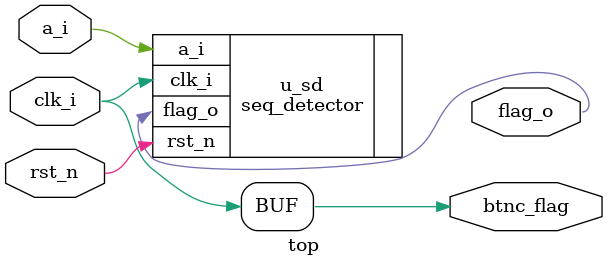
<source format=v>

module top(
    input clk_i,
    input rst_n,
    input a_i,
    output flag_o,
    output btnc_flag
);

    assign btnc_flag = clk_i;

    seq_detector u_sd(
        .clk_i(clk_i),
        .rst_n(rst_n),
        .a_i(a_i),
        .flag_o(flag_o)
    );

endmodule


</source>
